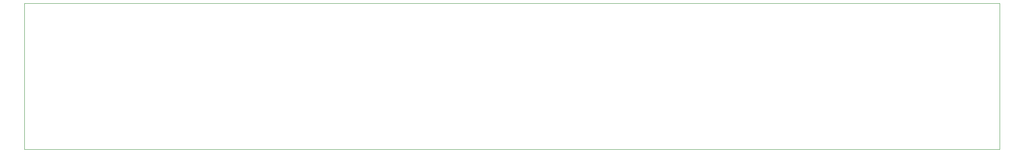
<source format=gbr>
%TF.GenerationSoftware,KiCad,Pcbnew,8.0.5-dirty*%
%TF.CreationDate,2024-11-08T09:40:45-06:00*%
%TF.ProjectId,buttonbox,62757474-6f6e-4626-9f78-2e6b69636164,rev?*%
%TF.SameCoordinates,Original*%
%TF.FileFunction,Profile,NP*%
%FSLAX46Y46*%
G04 Gerber Fmt 4.6, Leading zero omitted, Abs format (unit mm)*
G04 Created by KiCad (PCBNEW 8.0.5-dirty) date 2024-11-08 09:40:45*
%MOMM*%
%LPD*%
G01*
G04 APERTURE LIST*
%TA.AperFunction,Profile*%
%ADD10C,0.050000*%
%TD*%
G04 APERTURE END LIST*
D10*
X47500000Y-74500000D02*
X247500000Y-74500000D01*
X247500000Y-104500000D01*
X47500000Y-104500000D01*
X47500000Y-74500000D01*
M02*

</source>
